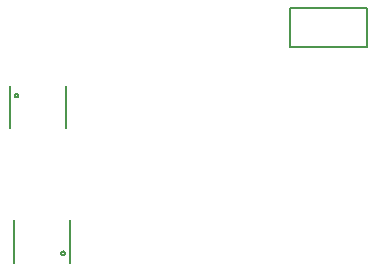
<source format=gbo>
G75*
G70*
%OFA0B0*%
%FSLAX24Y24*%
%IPPOS*%
%LPD*%
%AMOC8*
5,1,8,0,0,1.08239X$1,22.5*
%
%ADD10C,0.0060*%
%ADD11C,0.0080*%
D10*
X004065Y009683D02*
X004065Y011102D01*
X005925Y011102D02*
X005925Y009683D01*
X005796Y014159D02*
X005796Y015579D01*
X003936Y015579D02*
X003936Y014159D01*
D11*
X004099Y015259D02*
X004101Y015274D01*
X004107Y015287D01*
X004116Y015299D01*
X004127Y015308D01*
X004141Y015314D01*
X004156Y015316D01*
X004171Y015314D01*
X004184Y015308D01*
X004196Y015299D01*
X004205Y015288D01*
X004211Y015274D01*
X004213Y015259D01*
X004211Y015244D01*
X004205Y015231D01*
X004196Y015219D01*
X004185Y015210D01*
X004171Y015204D01*
X004156Y015202D01*
X004141Y015204D01*
X004128Y015210D01*
X004116Y015219D01*
X004107Y015230D01*
X004101Y015244D01*
X004099Y015259D01*
X005648Y010003D02*
X005650Y010018D01*
X005656Y010031D01*
X005665Y010043D01*
X005676Y010052D01*
X005690Y010058D01*
X005705Y010060D01*
X005720Y010058D01*
X005733Y010052D01*
X005745Y010043D01*
X005754Y010032D01*
X005760Y010018D01*
X005762Y010003D01*
X005760Y009988D01*
X005754Y009975D01*
X005745Y009963D01*
X005734Y009954D01*
X005720Y009948D01*
X005705Y009946D01*
X005690Y009948D01*
X005677Y009954D01*
X005665Y009963D01*
X005656Y009974D01*
X005650Y009988D01*
X005648Y010003D01*
X013257Y016881D02*
X015837Y016881D01*
X015837Y018181D01*
X013257Y018181D01*
X013257Y016881D01*
M02*

</source>
